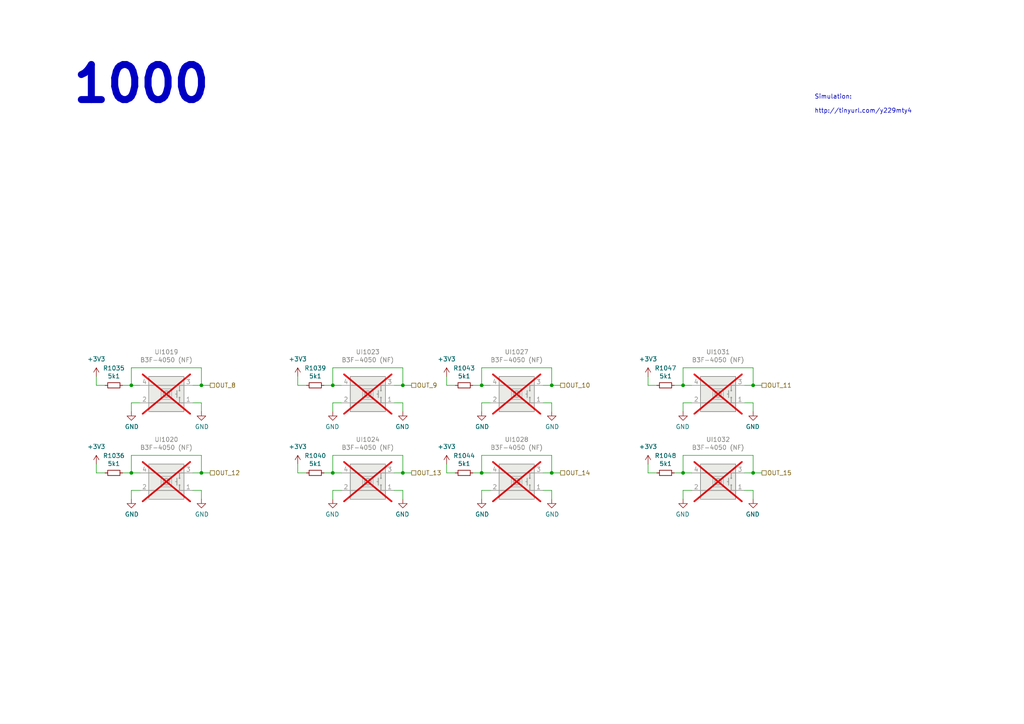
<source format=kicad_sch>
(kicad_sch (version 20231120) (generator "eeschema") (generator_version "8.0")
  (paper "A4")
  (lib_symbols
    (symbol "power:+3V3" (power) (pin_names (offset 0))
      (property "Value" "+3V3" (at 0 3.556 0))
      (symbol "+3V3_0_1"
        (polyline (pts (xy -0.762 1.27) (xy 0 2.54)))
        (polyline (pts (xy 0 0) (xy 0 2.54)))
        (polyline (pts (xy 0 2.54) (xy 0.762 1.27)))
      )
      (symbol "+3V3_1_1"
        (pin power_in line (at 0 0 90) (length 0) hide (name "+3V3") (number "1"))
      )
    )
    (symbol "power:GND" (power) (pin_names (offset 0))
      (property "Value" "GND" (at 0 -3.81 0))
      (symbol "GND_0_1"
        (polyline (pts (xy 0 0) (xy 0 -1.27) (xy 1.27 -1.27) (xy 0 -2.54) (xy -1.27 -1.27) (xy 0 -1.27)))
      )
      (symbol "GND_1_1"
        (pin power_in line (at 0 0 270) (length 0) hide (name "GND") (number "1"))
      )
    )
    (symbol "suku_basics:RES" (pin_numbers hide) (pin_names (offset 0.254) hide)
      (property "Reference" "R" (at 0.762 0.508 0))
      (symbol "RES_1_1"
        (rectangle (start -0.762 1.778) (end 0.762 -1.778) (stroke (width 0.2032)))
        (pin passive line (at 0 2.54 270) (length 0.762) (name "~") (number "1"))
        (pin passive line (at 0 -2.54 90) (length 0.762) (name "~") (number "2"))
      )
    )
    (symbol "suku_basics:UI_Pushbutton_Omron" (pin_names (offset 0.254) hide)
      (property "Reference" "UI" (at 0 11.684 0))
      (property "Value" "UI_Pushbutton_Omron" (at 0 -11.684 0))
      (symbol "UI_Pushbutton_Omron_0_1"
        (rectangle (start -5.08 5.08) (end 5.08 -5.08) (stroke (width 0.254)) (fill (type background)))
        (rectangle (start -1.524 1.524) (end 1.524 -1.524))
        (polyline (pts (xy 3.048 0) (xy 2.667 0)) (stroke (width 0.254)))
        (polyline (pts (xy 3.048 1.016) (xy 3.048 -1.016)) (stroke (width 0.254)))
        (polyline (pts (xy 5.08 -2.54) (xy 3.81 -2.54) (xy 3.81 -1.016)) (stroke (width 0.254)))
        (polyline (pts (xy 5.08 2.54) (xy 3.81 2.54) (xy 3.81 1.016)) (stroke (width 0.254)))
        (circle (center 0 0) (radius 0.762))
        (circle (center 0 0) (radius 1.016))
        (circle (center 3.81 -1.016) (radius 0.127) (stroke (width 0.254)))
        (circle (center 3.81 1.016) (radius 0.127) (stroke (width 0.254)))
      )
      (symbol "UI_Pushbutton_Omron_1_1"
        (polyline (pts (xy 3.81 -2.54) (xy 3.048 -2.54) (xy -5.08 -2.54)) (stroke (width 0.254)))
        (polyline (pts (xy 3.81 2.54) (xy 3.048 2.54) (xy -5.08 2.54)) (stroke (width 0.254)))
        (pin passive line (at 7.62 -2.54 180) (length 2.54) (name "1") (number "1"))
        (pin passive line (at -7.62 -2.54 0) (length 2.54) (name "2") (number "2"))
        (pin passive line (at 7.62 2.54 180) (length 2.54) (name "3") (number "3"))
        (pin passive line (at -7.62 2.54 0) (length 2.54) (name "4") (number "4"))
        (pin no_connect line (at 0 -7.62 90) (length 2.54) hide (name "5") (number "5"))
        (pin no_connect line (at 0 7.62 270) (length 2.54) hide (name "6") (number "6"))
      )
    )
  )
  (junction (at 198.12 137.16))
  (junction (at 139.7 111.76))
  (junction (at 38.1 111.76))
  (junction (at 96.52 111.76))
  (junction (at 160.02 111.76))
  (junction (at 116.84 137.16))
  (junction (at 218.44 111.76))
  (junction (at 58.42 111.76))
  (junction (at 139.7 137.16))
  (junction (at 218.44 137.16))
  (junction (at 58.42 137.16))
  (junction (at 38.1 137.16))
  (junction (at 198.12 111.76))
  (junction (at 160.02 137.16))
  (junction (at 116.84 111.76))
  (junction (at 96.52 137.16))
  (wire (pts (xy 142.24 111.76) (xy 139.7 111.76)))
  (wire (pts (xy 96.52 132.08) (xy 116.84 132.08)))
  (wire (pts (xy 96.52 111.76) (xy 96.52 106.68)))
  (wire (pts (xy 139.7 137.16) (xy 137.16 137.16)))
  (wire (pts (xy 218.44 106.68) (xy 218.44 111.76)))
  (wire (pts (xy 58.42 132.08) (xy 58.42 137.16)))
  (wire (pts (xy 198.12 137.16) (xy 195.58 137.16)))
  (wire (pts (xy 116.84 116.84) (xy 114.3 116.84)))
  (wire (pts (xy 198.12 119.38) (xy 198.12 116.84)))
  (wire (pts (xy 187.96 111.76) (xy 190.5 111.76)))
  (wire (pts (xy 220.98 137.16) (xy 218.44 137.16)))
  (wire (pts (xy 198.12 132.08) (xy 218.44 132.08)))
  (wire (pts (xy 116.84 132.08) (xy 116.84 137.16)))
  (wire (pts (xy 198.12 137.16) (xy 198.12 132.08)))
  (wire (pts (xy 99.06 111.76) (xy 96.52 111.76)))
  (wire (pts (xy 40.64 111.76) (xy 38.1 111.76)))
  (wire (pts (xy 139.7 111.76) (xy 137.16 111.76)))
  (wire (pts (xy 116.84 111.76) (xy 114.3 111.76)))
  (wire (pts (xy 119.38 111.76) (xy 116.84 111.76)))
  (wire (pts (xy 139.7 116.84) (xy 142.24 116.84)))
  (wire (pts (xy 58.42 111.76) (xy 60.96 111.76)))
  (wire (pts (xy 58.42 116.84) (xy 55.88 116.84)))
  (wire (pts (xy 55.88 111.76) (xy 58.42 111.76)))
  (wire (pts (xy 160.02 119.38) (xy 160.02 116.84)))
  (wire (pts (xy 139.7 132.08) (xy 160.02 132.08)))
  (wire (pts (xy 139.7 111.76) (xy 139.7 106.68)))
  (wire (pts (xy 96.52 106.68) (xy 116.84 106.68)))
  (wire (pts (xy 96.52 111.76) (xy 93.98 111.76)))
  (wire (pts (xy 198.12 111.76) (xy 195.58 111.76)))
  (wire (pts (xy 58.42 137.16) (xy 60.96 137.16)))
  (wire (pts (xy 38.1 137.16) (xy 35.56 137.16)))
  (wire (pts (xy 96.52 137.16) (xy 93.98 137.16)))
  (wire (pts (xy 38.1 142.24) (xy 40.64 142.24)))
  (wire (pts (xy 38.1 144.78) (xy 38.1 142.24)))
  (wire (pts (xy 139.7 137.16) (xy 139.7 132.08)))
  (wire (pts (xy 38.1 119.38) (xy 38.1 116.84)))
  (wire (pts (xy 27.94 137.16) (xy 30.48 137.16)))
  (wire (pts (xy 218.44 144.78) (xy 218.44 142.24)))
  (wire (pts (xy 86.36 137.16) (xy 86.36 134.62)))
  (wire (pts (xy 198.12 142.24) (xy 200.66 142.24)))
  (wire (pts (xy 58.42 142.24) (xy 55.88 142.24)))
  (wire (pts (xy 160.02 111.76) (xy 162.56 111.76)))
  (wire (pts (xy 160.02 137.16) (xy 162.56 137.16)))
  (wire (pts (xy 96.52 137.16) (xy 96.52 132.08)))
  (wire (pts (xy 160.02 132.08) (xy 160.02 137.16)))
  (wire (pts (xy 27.94 109.22) (xy 27.94 111.76)))
  (wire (pts (xy 160.02 116.84) (xy 157.48 116.84)))
  (wire (pts (xy 96.52 116.84) (xy 99.06 116.84)))
  (wire (pts (xy 96.52 142.24) (xy 99.06 142.24)))
  (wire (pts (xy 218.44 116.84) (xy 215.9 116.84)))
  (wire (pts (xy 38.1 116.84) (xy 40.64 116.84)))
  (wire (pts (xy 157.48 137.16) (xy 160.02 137.16)))
  (wire (pts (xy 218.44 132.08) (xy 218.44 137.16)))
  (wire (pts (xy 218.44 111.76) (xy 215.9 111.76)))
  (wire (pts (xy 160.02 144.78) (xy 160.02 142.24)))
  (wire (pts (xy 38.1 132.08) (xy 58.42 132.08)))
  (wire (pts (xy 139.7 142.24) (xy 142.24 142.24)))
  (wire (pts (xy 40.64 137.16) (xy 38.1 137.16)))
  (wire (pts (xy 116.84 144.78) (xy 116.84 142.24)))
  (wire (pts (xy 187.96 137.16) (xy 190.5 137.16)))
  (wire (pts (xy 198.12 116.84) (xy 200.66 116.84)))
  (wire (pts (xy 160.02 106.68) (xy 160.02 111.76)))
  (wire (pts (xy 58.42 111.76) (xy 58.42 106.68)))
  (wire (pts (xy 119.38 137.16) (xy 116.84 137.16)))
  (wire (pts (xy 116.84 137.16) (xy 114.3 137.16)))
  (wire (pts (xy 198.12 111.76) (xy 198.12 106.68)))
  (wire (pts (xy 55.88 137.16) (xy 58.42 137.16)))
  (wire (pts (xy 27.94 134.62) (xy 27.94 137.16)))
  (wire (pts (xy 129.54 109.22) (xy 129.54 111.76)))
  (wire (pts (xy 220.98 111.76) (xy 218.44 111.76)))
  (wire (pts (xy 99.06 137.16) (xy 96.52 137.16)))
  (wire (pts (xy 129.54 111.76) (xy 132.08 111.76)))
  (wire (pts (xy 38.1 137.16) (xy 38.1 132.08)))
  (wire (pts (xy 218.44 137.16) (xy 215.9 137.16)))
  (wire (pts (xy 86.36 111.76) (xy 88.9 111.76)))
  (wire (pts (xy 27.94 111.76) (xy 30.48 111.76)))
  (wire (pts (xy 86.36 137.16) (xy 88.9 137.16)))
  (wire (pts (xy 142.24 137.16) (xy 139.7 137.16)))
  (wire (pts (xy 96.52 144.78) (xy 96.52 142.24)))
  (wire (pts (xy 58.42 144.78) (xy 58.42 142.24)))
  (wire (pts (xy 116.84 142.24) (xy 114.3 142.24)))
  (wire (pts (xy 139.7 106.68) (xy 160.02 106.68)))
  (wire (pts (xy 187.96 111.76) (xy 187.96 109.22)))
  (wire (pts (xy 218.44 119.38) (xy 218.44 116.84)))
  (wire (pts (xy 187.96 137.16) (xy 187.96 134.62)))
  (wire (pts (xy 218.44 142.24) (xy 215.9 142.24)))
  (wire (pts (xy 58.42 119.38) (xy 58.42 116.84)))
  (wire (pts (xy 200.66 111.76) (xy 198.12 111.76)))
  (wire (pts (xy 38.1 106.68) (xy 38.1 111.76)))
  (wire (pts (xy 116.84 119.38) (xy 116.84 116.84)))
  (wire (pts (xy 139.7 144.78) (xy 139.7 142.24)))
  (wire (pts (xy 96.52 119.38) (xy 96.52 116.84)))
  (wire (pts (xy 157.48 111.76) (xy 160.02 111.76)))
  (wire (pts (xy 198.12 106.68) (xy 218.44 106.68)))
  (wire (pts (xy 198.12 144.78) (xy 198.12 142.24)))
  (wire (pts (xy 116.84 106.68) (xy 116.84 111.76)))
  (wire (pts (xy 129.54 134.62) (xy 129.54 137.16)))
  (wire (pts (xy 58.42 106.68) (xy 38.1 106.68)))
  (wire (pts (xy 160.02 142.24) (xy 157.48 142.24)))
  (wire (pts (xy 139.7 119.38) (xy 139.7 116.84)))
  (wire (pts (xy 129.54 137.16) (xy 132.08 137.16)))
  (wire (pts (xy 38.1 111.76) (xy 35.56 111.76)))
  (wire (pts (xy 200.66 137.16) (xy 198.12 137.16)))
  (wire (pts (xy 86.36 111.76) (xy 86.36 109.22)))
  (text "1000" (at 20.32 30.48 0) (effects (font (size 10.16 10.16) (thickness 2.032) (bold yes)) (justify left bottom)))
  (text "Simulation:\n\nhttp://tinyurl.com/y229mty4" (at 236.22 33.02 0) (effects (font (size 1.27 1.27)) (justify left bottom)))
  (hierarchical_label "OUT_13" (shape passive) (at 119.38 137.16 0))
  (hierarchical_label "OUT_12" (shape passive) (at 60.96 137.16 0))
  (hierarchical_label "OUT_11" (shape passive) (at 220.98 111.76 0))
  (hierarchical_label "OUT_10" (shape passive) (at 162.56 111.76 0))
  (hierarchical_label "OUT_9" (shape passive) (at 119.38 111.76 0))
  (hierarchical_label "OUT_8" (shape passive) (at 60.96 111.76 0))
  (hierarchical_label "OUT_14" (shape passive) (at 162.56 137.16 0))
  (hierarchical_label "OUT_15" (shape passive) (at 220.98 137.16 0))
  (symbol (lib_id "suku_basics:UI_Pushbutton_Omron") (at 48.26 139.7 0) (unit 1) (dnp yes)
    (property "Reference" "UI1020" (at 48.26 127.4826 0))
    (property "Value" "B3F-4050 (NF)" (at 48.26 129.794 0))
    (property "Footprint" "suku_basics:UI_BUTTON_OMRON" (effects (hide yes)))
  )
  (symbol (lib_id "suku_basics:UI_Pushbutton_Omron") (at 106.68 139.7 0) (unit 1) (dnp yes)
    (property "Reference" "UI1024" (at 106.68 127.4826 0))
    (property "Value" "B3F-4050 (NF)" (at 106.68 129.794 0))
    (property "Footprint" "suku_basics:UI_BUTTON_OMRON" (effects (hide yes)))
  )
  (symbol (lib_id "suku_basics:UI_Pushbutton_Omron") (at 149.86 139.7 0) (unit 1) (dnp yes)
    (property "Reference" "UI1028" (at 149.86 127.4826 0))
    (property "Value" "B3F-4050 (NF)" (at 149.86 129.794 0))
    (property "Footprint" "suku_basics:UI_BUTTON_OMRON" (effects (hide yes)))
  )
  (symbol (lib_id "suku_basics:UI_Pushbutton_Omron") (at 208.28 139.7 0) (unit 1) (dnp yes)
    (property "Reference" "UI1032" (at 208.28 127.4826 0))
    (property "Value" "B3F-4050 (NF)" (at 208.28 129.794 0))
    (property "Footprint" "suku_basics:UI_BUTTON_OMRON" (effects (hide yes)))
  )
  (symbol (lib_id "power:GND") (at 38.1 144.78 0) (unit 1)
    (property "Reference" "#PWR01064" (effects (hide yes)))
    (property "Value" "GND" (at 38.227 149.1742 0))
  )
  (symbol (lib_id "power:GND") (at 58.42 144.78 0) (unit 1)
    (property "Reference" "#PWR01068" (effects (hide yes)))
    (property "Value" "GND" (at 58.547 149.1742 0))
  )
  (symbol (lib_id "suku_basics:RES") (at 33.02 137.16 270) (unit 1)
    (property "Reference" "R1036" (at 33.02 132.1816 90))
    (property "Value" "5k1" (at 33.02 134.493 90))
    (property "Footprint" "suku_basics:RES_0402" (effects (hide yes)))
  )
  (symbol (lib_id "power:GND") (at 116.84 144.78 0) (mirror y) (unit 1)
    (property "Reference" "#PWR01080" (effects (hide yes)))
    (property "Value" "GND" (at 116.713 149.1742 0))
  )
  (symbol (lib_id "power:GND") (at 96.52 144.78 0) (mirror y) (unit 1)
    (property "Reference" "#PWR01076" (effects (hide yes)))
    (property "Value" "GND" (at 96.393 149.1742 0))
  )
  (symbol (lib_id "suku_basics:RES") (at 91.44 137.16 270) (unit 1)
    (property "Reference" "R1040" (at 91.44 132.1816 90))
    (property "Value" "5k1" (at 91.44 134.493 90))
    (property "Footprint" "suku_basics:RES_0402" (effects (hide yes)))
  )
  (symbol (lib_id "power:GND") (at 139.7 144.78 0) (unit 1)
    (property "Reference" "#PWR01088" (effects (hide yes)))
    (property "Value" "GND" (at 139.827 149.1742 0))
  )
  (symbol (lib_id "power:GND") (at 160.02 144.78 0) (unit 1)
    (property "Reference" "#PWR01092" (effects (hide yes)))
    (property "Value" "GND" (at 160.147 149.1742 0))
  )
  (symbol (lib_id "suku_basics:RES") (at 134.62 137.16 270) (unit 1)
    (property "Reference" "R1044" (at 134.62 132.1816 90))
    (property "Value" "5k1" (at 134.62 134.493 90))
    (property "Footprint" "suku_basics:RES_0402" (effects (hide yes)))
  )
  (symbol (lib_id "power:GND") (at 218.44 144.78 0) (mirror y) (unit 1)
    (property "Reference" "#PWR01104" (effects (hide yes)))
    (property "Value" "GND" (at 218.313 149.1742 0))
  )
  (symbol (lib_id "power:GND") (at 198.12 144.78 0) (mirror y) (unit 1)
    (property "Reference" "#PWR01100" (effects (hide yes)))
    (property "Value" "GND" (at 197.993 149.1742 0))
  )
  (symbol (lib_id "suku_basics:RES") (at 193.04 137.16 270) (unit 1)
    (property "Reference" "R1048" (at 193.04 132.1816 90))
    (property "Value" "5k1" (at 193.04 134.493 90))
    (property "Footprint" "suku_basics:RES_0402" (effects (hide yes)))
  )
  (symbol (lib_id "power:+3V3") (at 129.54 109.22 0) (unit 1)
    (property "Reference" "#PWR01083" (effects (hide yes)))
    (property "Value" "+3V3" (at 129.54 104.14 0))
  )
  (symbol (lib_id "power:GND") (at 96.52 119.38 0) (mirror y) (unit 1)
    (property "Reference" "#PWR01075" (effects (hide yes)))
    (property "Value" "GND" (at 96.393 123.7742 0))
  )
  (symbol (lib_id "power:+3V3") (at 187.96 109.22 0) (mirror y) (unit 1)
    (property "Reference" "#PWR01095" (effects (hide yes)))
    (property "Value" "+3V3" (at 187.96 104.14 0))
  )
  (symbol (lib_id "power:+3V3") (at 27.94 134.62 0) (unit 1)
    (property "Reference" "#PWR01060" (effects (hide yes)))
    (property "Value" "+3V3" (at 27.94 129.54 0))
  )
  (symbol (lib_id "power:+3V3") (at 129.54 134.62 0) (unit 1)
    (property "Reference" "#PWR01084" (effects (hide yes)))
    (property "Value" "+3V3" (at 129.54 129.54 0))
  )
  (symbol (lib_id "power:GND") (at 38.1 119.38 0) (unit 1)
    (property "Reference" "#PWR01063" (effects (hide yes)))
    (property "Value" "GND" (at 38.227 123.7742 0))
  )
  (symbol (lib_id "suku_basics:UI_Pushbutton_Omron") (at 149.86 114.3 0) (unit 1) (dnp yes)
    (property "Reference" "UI1027" (at 149.86 102.0826 0))
    (property "Value" "B3F-4050 (NF)" (at 149.86 104.394 0))
    (property "Footprint" "suku_basics:UI_BUTTON_OMRON" (effects (hide yes)))
  )
  (symbol (lib_id "suku_basics:UI_Pushbutton_Omron") (at 106.68 114.3 0) (unit 1) (dnp yes)
    (property "Reference" "UI1023" (at 106.68 102.0826 0))
    (property "Value" "B3F-4050 (NF)" (at 106.68 104.394 0))
    (property "Footprint" "suku_basics:UI_BUTTON_OMRON" (effects (hide yes)))
  )
  (symbol (lib_id "power:GND") (at 58.42 119.38 0) (unit 1)
    (property "Reference" "#PWR01067" (effects (hide yes)))
    (property "Value" "GND" (at 58.547 123.7742 0))
  )
  (symbol (lib_id "power:GND") (at 139.7 119.38 0) (unit 1)
    (property "Reference" "#PWR01087" (effects (hide yes)))
    (property "Value" "GND" (at 139.827 123.7742 0))
  )
  (symbol (lib_id "power:GND") (at 198.12 119.38 0) (mirror y) (unit 1)
    (property "Reference" "#PWR01099" (effects (hide yes)))
    (property "Value" "GND" (at 197.993 123.7742 0))
  )
  (symbol (lib_id "power:+3V3") (at 86.36 134.62 0) (mirror y) (unit 1)
    (property "Reference" "#PWR01072" (effects (hide yes)))
    (property "Value" "+3V3" (at 86.36 129.54 0))
  )
  (symbol (lib_id "power:+3V3") (at 187.96 134.62 0) (mirror y) (unit 1)
    (property "Reference" "#PWR01096" (effects (hide yes)))
    (property "Value" "+3V3" (at 187.96 129.54 0))
  )
  (symbol (lib_id "suku_basics:UI_Pushbutton_Omron") (at 48.26 114.3 0) (unit 1) (dnp yes)
    (property "Reference" "UI1019" (at 48.26 102.0826 0))
    (property "Value" "B3F-4050 (NF)" (at 48.26 104.394 0))
    (property "Footprint" "suku_basics:UI_BUTTON_OMRON" (effects (hide yes)))
  )
  (symbol (lib_id "power:+3V3") (at 27.94 109.22 0) (unit 1)
    (property "Reference" "#PWR01059" (effects (hide yes)))
    (property "Value" "+3V3" (at 27.94 104.14 0))
  )
  (symbol (lib_id "power:+3V3") (at 86.36 109.22 0) (mirror y) (unit 1)
    (property "Reference" "#PWR01071" (effects (hide yes)))
    (property "Value" "+3V3" (at 86.36 104.14 0))
  )
  (symbol (lib_id "suku_basics:UI_Pushbutton_Omron") (at 208.28 114.3 0) (unit 1) (dnp yes)
    (property "Reference" "UI1031" (at 208.28 102.0826 0))
    (property "Value" "B3F-4050 (NF)" (at 208.28 104.394 0))
    (property "Footprint" "suku_basics:UI_BUTTON_OMRON" (effects (hide yes)))
  )
  (symbol (lib_id "suku_basics:RES") (at 193.04 111.76 270) (unit 1)
    (property "Reference" "R1047" (at 193.04 106.7816 90))
    (property "Value" "5k1" (at 193.04 109.093 90))
    (property "Footprint" "suku_basics:RES_0402" (effects (hide yes)))
  )
  (symbol (lib_id "power:GND") (at 218.44 119.38 0) (mirror y) (unit 1)
    (property "Reference" "#PWR01103" (effects (hide yes)))
    (property "Value" "GND" (at 218.313 123.7742 0))
  )
  (symbol (lib_id "power:GND") (at 116.84 119.38 0) (mirror y) (unit 1)
    (property "Reference" "#PWR01079" (effects (hide yes)))
    (property "Value" "GND" (at 116.713 123.7742 0))
  )
  (symbol (lib_id "suku_basics:RES") (at 91.44 111.76 270) (unit 1)
    (property "Reference" "R1039" (at 91.44 106.7816 90))
    (property "Value" "5k1" (at 91.44 109.093 90))
    (property "Footprint" "suku_basics:RES_0402" (effects (hide yes)))
  )
  (symbol (lib_id "suku_basics:RES") (at 134.62 111.76 270) (unit 1)
    (property "Reference" "R1043" (at 134.62 106.7816 90))
    (property "Value" "5k1" (at 134.62 109.093 90))
    (property "Footprint" "suku_basics:RES_0402" (effects (hide yes)))
  )
  (symbol (lib_id "suku_basics:RES") (at 33.02 111.76 270) (unit 1)
    (property "Reference" "R1035" (at 33.02 106.7816 90))
    (property "Value" "5k1" (at 33.02 109.093 90))
    (property "Footprint" "suku_basics:RES_0402" (effects (hide yes)))
  )
  (symbol (lib_id "power:GND") (at 160.02 119.38 0) (unit 1)
    (property "Reference" "#PWR01091" (effects (hide yes)))
    (property "Value" "GND" (at 160.147 123.7742 0))
  )
)
</source>
